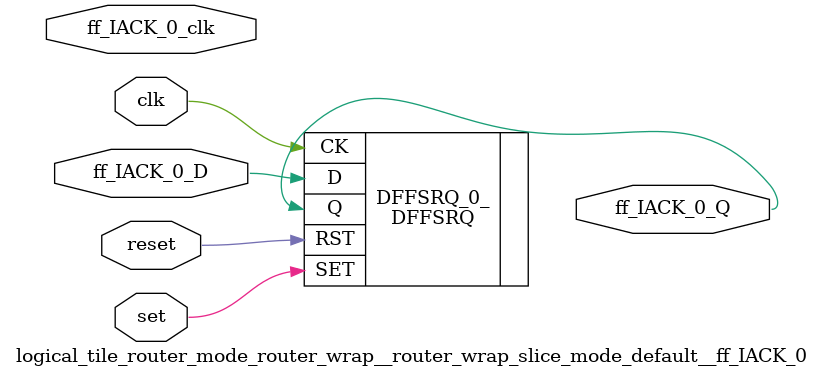
<source format=v>
`default_nettype none

module logical_tile_router_mode_router_wrap__router_wrap_slice_mode_default__ff_IACK_0(set,
                                                                                       reset,
                                                                                       clk,
                                                                                       ff_IACK_0_D,
                                                                                       ff_IACK_0_Q,
                                                                                       ff_IACK_0_clk);
//----- GLOBAL PORTS -----
input [0:0] set;
//----- GLOBAL PORTS -----
input [0:0] reset;
//----- GLOBAL PORTS -----
input [0:0] clk;
//----- INPUT PORTS -----
input [0:0] ff_IACK_0_D;
//----- OUTPUT PORTS -----
output [0:0] ff_IACK_0_Q;
//----- CLOCK PORTS -----
input [0:0] ff_IACK_0_clk;

//----- BEGIN wire-connection ports -----
wire [0:0] ff_IACK_0_D;
wire [0:0] ff_IACK_0_Q;
wire [0:0] ff_IACK_0_clk;
//----- END wire-connection ports -----


//----- BEGIN Registered ports -----
//----- END Registered ports -----



// ----- BEGIN Local short connections -----
// ----- END Local short connections -----
// ----- BEGIN Local output short connections -----
// ----- END Local output short connections -----

	DFFSRQ DFFSRQ_0_ (
		.SET(set),
		.RST(reset),
		.CK(clk),
		.D(ff_IACK_0_D),
		.Q(ff_IACK_0_Q));

endmodule
// ----- END Verilog module for logical_tile_router_mode_router_wrap__router_wrap_slice_mode_default__ff_IACK_0 -----

//----- Default net type -----
`default_nettype wire




</source>
